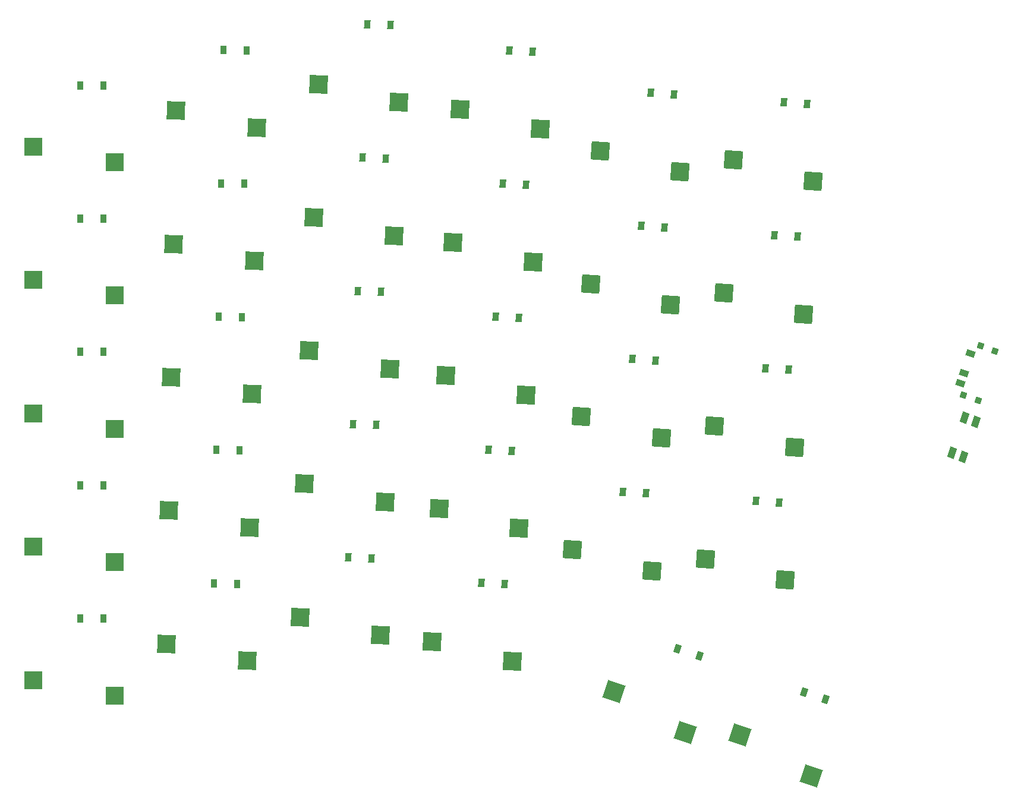
<source format=gbr>
%TF.GenerationSoftware,KiCad,Pcbnew,8.0.4*%
%TF.CreationDate,2024-08-23T21:57:30-04:00*%
%TF.ProjectId,left,6c656674-2e6b-4696-9361-645f70636258,v1.0.0*%
%TF.SameCoordinates,Original*%
%TF.FileFunction,Paste,Bot*%
%TF.FilePolarity,Positive*%
%FSLAX46Y46*%
G04 Gerber Fmt 4.6, Leading zero omitted, Abs format (unit mm)*
G04 Created by KiCad (PCBNEW 8.0.4) date 2024-08-23 21:57:30*
%MOMM*%
%LPD*%
G01*
G04 APERTURE LIST*
G04 Aperture macros list*
%AMRotRect*
0 Rectangle, with rotation*
0 The origin of the aperture is its center*
0 $1 length*
0 $2 width*
0 $3 Rotation angle, in degrees counterclockwise*
0 Add horizontal line*
21,1,$1,$2,0,0,$3*%
G04 Aperture macros list end*
%ADD10RotRect,0.900000X0.900000X251.000000*%
%ADD11RotRect,0.900000X1.250000X251.000000*%
%ADD12RotRect,0.900000X1.200000X359.000000*%
%ADD13RotRect,0.900000X1.200000X357.000000*%
%ADD14RotRect,2.600000X2.600000X176.000000*%
%ADD15RotRect,0.900000X1.200000X358.000000*%
%ADD16RotRect,1.550000X1.000000X251.000000*%
%ADD17RotRect,0.900000X1.200000X356.000000*%
%ADD18RotRect,2.600000X2.600000X178.000000*%
%ADD19R,2.600000X2.600000*%
%ADD20R,0.900000X1.200000*%
%ADD21RotRect,2.600000X2.600000X177.000000*%
%ADD22RotRect,2.600000X2.600000X179.000000*%
%ADD23RotRect,0.900000X1.200000X341.000000*%
%ADD24RotRect,2.600000X2.600000X161.000000*%
G04 APERTURE END LIST*
D10*
%TO.C,T1*%
X178715801Y-156877742D03*
X176635660Y-156161492D03*
X176306596Y-163874580D03*
X174226455Y-163158330D03*
D11*
X175241705Y-157215065D03*
X174265001Y-160051621D03*
X173776649Y-161469899D03*
%TD*%
D12*
%TO.C,D8*%
X68100704Y-151977753D03*
X71400202Y-152035345D03*
%TD*%
D13*
%TO.C,D18*%
X107553350Y-151966044D03*
X110848828Y-152138752D03*
%TD*%
D14*
%TO.C,S24*%
X133816387Y-131330090D03*
X122447987Y-128329761D03*
%TD*%
D15*
%TO.C,D15*%
X89244780Y-110323964D03*
X92542770Y-110439132D03*
%TD*%
D16*
%TO.C,B1*%
X175936339Y-166946393D03*
X174227106Y-171910365D03*
X174328958Y-166392927D03*
X172619725Y-171356899D03*
%TD*%
D13*
%TO.C,D17*%
X106558967Y-170940005D03*
X109854445Y-171112713D03*
%TD*%
D12*
%TO.C,D9*%
X68432300Y-132980647D03*
X71731798Y-133038239D03*
%TD*%
D14*
%TO.C,S23*%
X132491014Y-150283807D03*
X121122614Y-147283478D03*
%TD*%
D17*
%TO.C,D26*%
X145970189Y-159296019D03*
X149262151Y-159526215D03*
%TD*%
D18*
%TO.C,S11*%
X91132269Y-197392876D03*
X79666084Y-194791127D03*
%TD*%
D17*
%TO.C,D24*%
X129667218Y-120063212D03*
X132959180Y-120293408D03*
%TD*%
D19*
%TO.C,S2*%
X53275000Y-186950000D03*
X41725000Y-184750000D03*
%TD*%
%TO.C,S4*%
X53275000Y-148950000D03*
X41725000Y-146750000D03*
%TD*%
D15*
%TO.C,D11*%
X86592418Y-186277667D03*
X89890408Y-186392835D03*
%TD*%
D17*
%TO.C,D28*%
X148620935Y-121388585D03*
X151912897Y-121618781D03*
%TD*%
D20*
%TO.C,D5*%
X48350000Y-119000000D03*
X51650000Y-119000000D03*
%TD*%
D12*
%TO.C,D7*%
X67769109Y-170974859D03*
X71068607Y-171032451D03*
%TD*%
D15*
%TO.C,D14*%
X88581690Y-129312390D03*
X91879680Y-129427558D03*
%TD*%
D21*
%TO.C,S18*%
X111898522Y-163158791D03*
X100479490Y-160357326D03*
%TD*%
D20*
%TO.C,D2*%
X48350000Y-176000000D03*
X51650000Y-176000000D03*
%TD*%
D14*
%TO.C,S28*%
X152770104Y-132655463D03*
X141401704Y-129655134D03*
%TD*%
D20*
%TO.C,D4*%
X48350000Y-138000000D03*
X51650000Y-138000000D03*
%TD*%
D21*
%TO.C,S19*%
X112892906Y-144184830D03*
X101473874Y-141383365D03*
%TD*%
D14*
%TO.C,S27*%
X151444731Y-151609180D03*
X140076331Y-148608851D03*
%TD*%
D17*
%TO.C,D25*%
X144644816Y-178249736D03*
X147936778Y-178479932D03*
%TD*%
%TO.C,D22*%
X127016472Y-157970646D03*
X130308434Y-158200842D03*
%TD*%
D21*
%TO.C,S17*%
X110904139Y-182132753D03*
X99485107Y-179331288D03*
%TD*%
D12*
%TO.C,D10*%
X68763896Y-113983541D03*
X72063394Y-114041133D03*
%TD*%
D19*
%TO.C,S1*%
X53275000Y-205950000D03*
X41725000Y-203750000D03*
%TD*%
D21*
%TO.C,S16*%
X109909756Y-201106714D03*
X98490724Y-198305249D03*
%TD*%
D20*
%TO.C,D1*%
X48350000Y-195000000D03*
X51650000Y-195000000D03*
%TD*%
D17*
%TO.C,D23*%
X128341845Y-139016929D03*
X131633807Y-139247125D03*
%TD*%
%TO.C,D21*%
X125691099Y-176924363D03*
X128983061Y-177154559D03*
%TD*%
D18*
%TO.C,S13*%
X92458450Y-159416025D03*
X80992265Y-156814276D03*
%TD*%
D14*
%TO.C,S22*%
X131165641Y-169237524D03*
X119797241Y-166237195D03*
%TD*%
D22*
%TO.C,S9*%
X73165446Y-144014931D03*
X61655601Y-141613691D03*
%TD*%
D23*
%TO.C,D30*%
X151466755Y-205452758D03*
X154586967Y-206527132D03*
%TD*%
D17*
%TO.C,D27*%
X147295562Y-140342302D03*
X150587524Y-140572498D03*
%TD*%
D18*
%TO.C,S15*%
X93784630Y-121439173D03*
X82318445Y-118837424D03*
%TD*%
D22*
%TO.C,S6*%
X72170659Y-201006250D03*
X60660814Y-198605010D03*
%TD*%
D20*
%TO.C,D3*%
X48350000Y-157000000D03*
X51650000Y-157000000D03*
%TD*%
D19*
%TO.C,S5*%
X53275000Y-129950000D03*
X41725000Y-127750000D03*
%TD*%
D22*
%TO.C,S8*%
X72833850Y-163012038D03*
X61324005Y-160610798D03*
%TD*%
D13*
%TO.C,D16*%
X105564584Y-189913966D03*
X108860062Y-190086674D03*
%TD*%
%TO.C,D19*%
X108547733Y-132992083D03*
X111843211Y-133164791D03*
%TD*%
D24*
%TO.C,S29*%
X134593610Y-211223814D03*
X124389120Y-205383361D03*
%TD*%
D14*
%TO.C,S26*%
X150119358Y-170562897D03*
X138750958Y-167562568D03*
%TD*%
D19*
%TO.C,S3*%
X53275000Y-167950000D03*
X41725000Y-165750000D03*
%TD*%
D23*
%TO.C,D29*%
X133501902Y-199266963D03*
X136622114Y-200341337D03*
%TD*%
D21*
%TO.C,S20*%
X113887289Y-125210869D03*
X102468257Y-122409404D03*
%TD*%
D13*
%TO.C,D20*%
X109542117Y-114018121D03*
X112837595Y-114190829D03*
%TD*%
D22*
%TO.C,S10*%
X73497042Y-125017825D03*
X61987197Y-122616585D03*
%TD*%
D18*
%TO.C,S14*%
X93121540Y-140427599D03*
X81655355Y-137825850D03*
%TD*%
D15*
%TO.C,D13*%
X87918599Y-148300815D03*
X91216589Y-148415983D03*
%TD*%
D22*
%TO.C,S7*%
X72502255Y-182009144D03*
X60992410Y-179607904D03*
%TD*%
D15*
%TO.C,D12*%
X87255509Y-167289241D03*
X90553499Y-167404409D03*
%TD*%
D18*
%TO.C,S12*%
X91795359Y-178404450D03*
X80329174Y-175802701D03*
%TD*%
D14*
%TO.C,S21*%
X129840268Y-188191241D03*
X118471868Y-185190912D03*
%TD*%
D12*
%TO.C,D6*%
X67437513Y-189971966D03*
X70737011Y-190029558D03*
%TD*%
D24*
%TO.C,S30*%
X152558463Y-217409608D03*
X142353973Y-211569155D03*
%TD*%
D14*
%TO.C,S25*%
X148793985Y-189516614D03*
X137425585Y-186516285D03*
%TD*%
M02*

</source>
